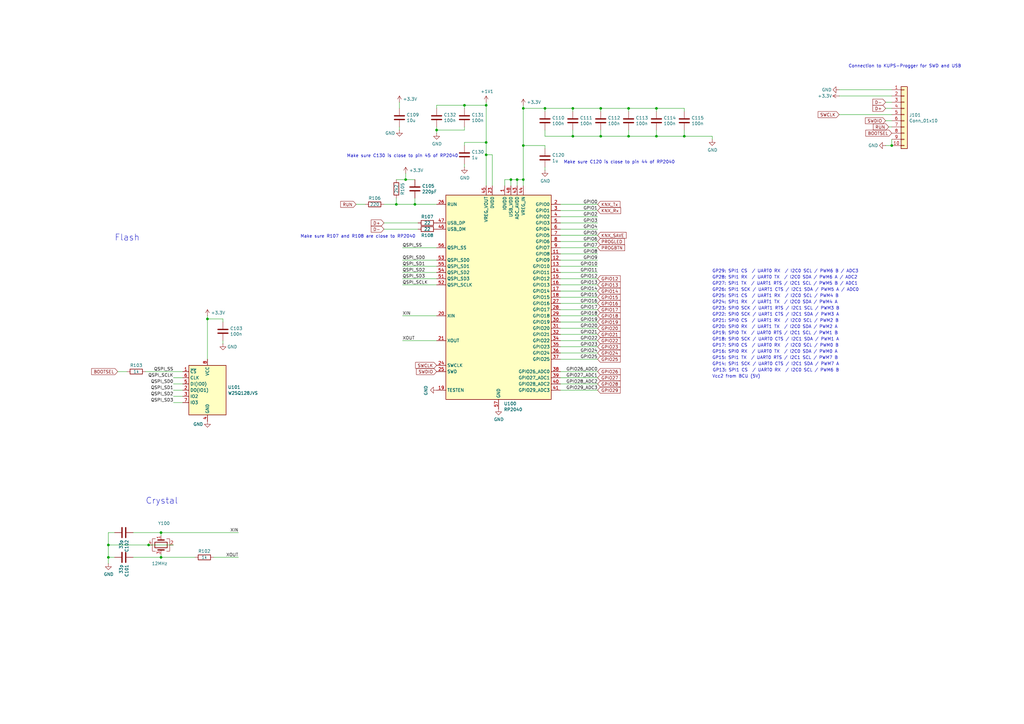
<source format=kicad_sch>
(kicad_sch (version 20231120) (generator "eeschema") (generator_version "8.0")
  (paper "A3")
  (title_block (title "UP1-GW-RS485") (date "2025-09-19") (rev "V00.10") (company "OpenKNX") (comment 1 "by Ing-Dom <dom@ing-dom.de>") (comment 2 "OpenKNX Open Hardware under CC BY-NC-SA 4.0") (comment 4 "https://OpenKNX.de"))
  (lib_symbols
    (symbol "Connector_Generic:Conn_01x10" (pin_names (offset 1.016) hide)
      (property "Reference" "J" (at 0 12.7 0))
      (property "Value" "Conn_01x10" (at 0 -15.24 0))
      (symbol "Conn_01x10_1_1"
        (rectangle (start -1.27 -12.573) (end 0 -12.827) (stroke (width 0.1524)))
        (rectangle (start -1.27 -10.033) (end 0 -10.287) (stroke (width 0.1524)))
        (rectangle (start -1.27 -7.493) (end 0 -7.747) (stroke (width 0.1524)))
        (rectangle (start -1.27 -4.953) (end 0 -5.207) (stroke (width 0.1524)))
        (rectangle (start -1.27 -2.413) (end 0 -2.667) (stroke (width 0.1524)))
        (rectangle (start -1.27 0.127) (end 0 -0.127) (stroke (width 0.1524)))
        (rectangle (start -1.27 2.667) (end 0 2.413) (stroke (width 0.1524)))
        (rectangle (start -1.27 5.207) (end 0 4.953) (stroke (width 0.1524)))
        (rectangle (start -1.27 7.747) (end 0 7.493) (stroke (width 0.1524)))
        (rectangle (start -1.27 10.287) (end 0 10.033) (stroke (width 0.1524)))
        (rectangle (start -1.27 11.43) (end 1.27 -13.97) (stroke (width 0.254)) (fill (type background)))
        (pin passive line (at -5.08 10.16 0) (length 3.81) (name "Pin_1") (number "1"))
        (pin passive line (at -5.08 -12.7 0) (length 3.81) (name "Pin_10") (number "10"))
        (pin passive line (at -5.08 7.62 0) (length 3.81) (name "Pin_2") (number "2"))
        (pin passive line (at -5.08 5.08 0) (length 3.81) (name "Pin_3") (number "3"))
        (pin passive line (at -5.08 2.54 0) (length 3.81) (name "Pin_4") (number "4"))
        (pin passive line (at -5.08 0 0) (length 3.81) (name "Pin_5") (number "5"))
        (pin passive line (at -5.08 -2.54 0) (length 3.81) (name "Pin_6") (number "6"))
        (pin passive line (at -5.08 -5.08 0) (length 3.81) (name "Pin_7") (number "7"))
        (pin passive line (at -5.08 -7.62 0) (length 3.81) (name "Pin_8") (number "8"))
        (pin passive line (at -5.08 -10.16 0) (length 3.81) (name "Pin_9") (number "9"))
      )
    )
    (symbol "Device:C" (pin_numbers hide) (pin_names (offset 0.254))
      (property "Reference" "C" (at 0.635 2.54 0))
      (property "Value" "C" (at 0.635 -2.54 0))
      (symbol "C_0_1"
        (polyline (pts (xy -2.032 -0.762) (xy 2.032 -0.762)) (stroke (width 0.508)))
        (polyline (pts (xy -2.032 0.762) (xy 2.032 0.762)) (stroke (width 0.508)))
      )
      (symbol "C_1_1"
        (pin passive line (at 0 3.81 270) (length 2.794) (name "~") (number "1"))
        (pin passive line (at 0 -3.81 90) (length 2.794) (name "~") (number "2"))
      )
    )
    (symbol "Device:Crystal_GND24" (pin_names (offset 1.016) hide)
      (property "Reference" "Y" (at 3.175 5.08 0))
      (property "Value" "Crystal_GND24" (at 3.175 3.175 0))
      (symbol "Crystal_GND24_0_1"
        (rectangle (start -1.143 2.54) (end 1.143 -2.54) (stroke (width 0.3048)))
        (polyline (pts (xy -2.54 0) (xy -2.032 0)))
        (polyline (pts (xy -2.032 -1.27) (xy -2.032 1.27)) (stroke (width 0.508)))
        (polyline (pts (xy 0 -3.81) (xy 0 -3.556)))
        (polyline (pts (xy 0 3.556) (xy 0 3.81)))
        (polyline (pts (xy 2.032 -1.27) (xy 2.032 1.27)) (stroke (width 0.508)))
        (polyline (pts (xy 2.032 0) (xy 2.54 0)))
        (polyline (pts (xy -2.54 -2.286) (xy -2.54 -3.556) (xy 2.54 -3.556) (xy 2.54 -2.286)))
        (polyline (pts (xy -2.54 2.286) (xy -2.54 3.556) (xy 2.54 3.556) (xy 2.54 2.286)))
      )
      (symbol "Crystal_GND24_1_1"
        (pin passive line (at -3.81 0 0) (length 1.27) (name "1") (number "1"))
        (pin passive line (at 0 5.08 270) (length 1.27) (name "2") (number "2"))
        (pin passive line (at 3.81 0 180) (length 1.27) (name "3") (number "3"))
        (pin passive line (at 0 -5.08 90) (length 1.27) (name "4") (number "4"))
      )
    )
    (symbol "Device:R" (pin_numbers hide) (pin_names (offset 0))
      (property "Reference" "R" (at 2.032 0 90))
      (property "Value" "R" (at 0 0 90))
      (symbol "R_0_1"
        (rectangle (start -1.016 -2.54) (end 1.016 2.54) (stroke (width 0.254)))
      )
      (symbol "R_1_1"
        (pin passive line (at 0 3.81 270) (length 1.27) (name "~") (number "1"))
        (pin passive line (at 0 -3.81 90) (length 1.27) (name "~") (number "2"))
      )
    )
    (symbol "MCU_RaspberryPi:RP2040"
      (property "Reference" "U" (at 17.78 45.72 0))
      (property "Value" "RP2040" (at 17.78 43.18 0))
      (symbol "RP2040_0_1"
        (rectangle (start -21.59 41.91) (end 21.59 -41.91) (stroke (width 0.254)) (fill (type background)))
      )
      (symbol "RP2040_1_1"
        (pin power_in line (at 2.54 45.72 270) (length 3.81) (name "IOVDD") (number "1"))
        (pin passive line (at 2.54 45.72 270) (length 3.81) hide (name "IOVDD") (number "10"))
        (pin bidirectional line (at 25.4 17.78 180) (length 3.81) (name "GPIO8") (number "11"))
        (pin bidirectional line (at 25.4 15.24 180) (length 3.81) (name "GPIO9") (number "12"))
        (pin bidirectional line (at 25.4 12.7 180) (length 3.81) (name "GPIO10") (number "13"))
        (pin bidirectional line (at 25.4 10.16 180) (length 3.81) (name "GPIO11") (number "14"))
        (pin bidirectional line (at 25.4 7.62 180) (length 3.81) (name "GPIO12") (number "15"))
        (pin bidirectional line (at 25.4 5.08 180) (length 3.81) (name "GPIO13") (number "16"))
        (pin bidirectional line (at 25.4 2.54 180) (length 3.81) (name "GPIO14") (number "17"))
        (pin bidirectional line (at 25.4 0 180) (length 3.81) (name "GPIO15") (number "18"))
        (pin input line (at -25.4 -38.1 0) (length 3.81) (name "TESTEN") (number "19"))
        (pin bidirectional line (at 25.4 38.1 180) (length 3.81) (name "GPIO0") (number "2"))
        (pin input line (at -25.4 -7.62 0) (length 3.81) (name "XIN") (number "20"))
        (pin passive line (at -25.4 -17.78 0) (length 3.81) (name "XOUT") (number "21"))
        (pin passive line (at 2.54 45.72 270) (length 3.81) hide (name "IOVDD") (number "22"))
        (pin power_in line (at -2.54 45.72 270) (length 3.81) (name "DVDD") (number "23"))
        (pin input line (at -25.4 -27.94 0) (length 3.81) (name "SWCLK") (number "24"))
        (pin bidirectional line (at -25.4 -30.48 0) (length 3.81) (name "SWD") (number "25"))
        (pin input line (at -25.4 38.1 0) (length 3.81) (name "RUN") (number "26"))
        (pin bidirectional line (at 25.4 -2.54 180) (length 3.81) (name "GPIO16") (number "27"))
        (pin bidirectional line (at 25.4 -5.08 180) (length 3.81) (name "GPIO17") (number "28"))
        (pin bidirectional line (at 25.4 -7.62 180) (length 3.81) (name "GPIO18") (number "29"))
        (pin bidirectional line (at 25.4 35.56 180) (length 3.81) (name "GPIO1") (number "3"))
        (pin bidirectional line (at 25.4 -10.16 180) (length 3.81) (name "GPIO19") (number "30"))
        (pin bidirectional line (at 25.4 -12.7 180) (length 3.81) (name "GPIO20") (number "31"))
        (pin bidirectional line (at 25.4 -15.24 180) (length 3.81) (name "GPIO21") (number "32"))
        (pin passive line (at 2.54 45.72 270) (length 3.81) hide (name "IOVDD") (number "33"))
        (pin bidirectional line (at 25.4 -17.78 180) (length 3.81) (name "GPIO22") (number "34"))
        (pin bidirectional line (at 25.4 -20.32 180) (length 3.81) (name "GPIO23") (number "35"))
        (pin bidirectional line (at 25.4 -22.86 180) (length 3.81) (name "GPIO24") (number "36"))
        (pin bidirectional line (at 25.4 -25.4 180) (length 3.81) (name "GPIO25") (number "37"))
        (pin bidirectional line (at 25.4 -30.48 180) (length 3.81) (name "GPIO26_ADC0") (number "38"))
        (pin bidirectional line (at 25.4 -33.02 180) (length 3.81) (name "GPIO27_ADC1") (number "39"))
        (pin bidirectional line (at 25.4 33.02 180) (length 3.81) (name "GPIO2") (number "4"))
        (pin bidirectional line (at 25.4 -35.56 180) (length 3.81) (name "GPIO28_ADC2") (number "40"))
        (pin bidirectional line (at 25.4 -38.1 180) (length 3.81) (name "GPIO29_ADC3") (number "41"))
        (pin passive line (at 2.54 45.72 270) (length 3.81) hide (name "IOVDD") (number "42"))
        (pin power_in line (at 7.62 45.72 270) (length 3.81) (name "ADC_AVDD") (number "43"))
        (pin power_in line (at 10.16 45.72 270) (length 3.81) (name "VREG_IN") (number "44"))
        (pin power_out line (at -5.08 45.72 270) (length 3.81) (name "VREG_VOUT") (number "45"))
        (pin bidirectional line (at -25.4 27.94 0) (length 3.81) (name "USB_DM") (number "46"))
        (pin bidirectional line (at -25.4 30.48 0) (length 3.81) (name "USB_DP") (number "47"))
        (pin power_in line (at 5.08 45.72 270) (length 3.81) (name "USB_VDD") (number "48"))
        (pin passive line (at 2.54 45.72 270) (length 3.81) hide (name "IOVDD") (number "49"))
        (pin bidirectional line (at 25.4 30.48 180) (length 3.81) (name "GPIO3") (number "5"))
        (pin passive line (at -2.54 45.72 270) (length 3.81) hide (name "DVDD") (number "50"))
        (pin bidirectional line (at -25.4 7.62 0) (length 3.81) (name "QSPI_SD3") (number "51"))
        (pin output line (at -25.4 5.08 0) (length 3.81) (name "QSPI_SCLK") (number "52"))
        (pin bidirectional line (at -25.4 15.24 0) (length 3.81) (name "QSPI_SD0") (number "53"))
        (pin bidirectional line (at -25.4 10.16 0) (length 3.81) (name "QSPI_SD2") (number "54"))
        (pin bidirectional line (at -25.4 12.7 0) (length 3.81) (name "QSPI_SD1") (number "55"))
        (pin bidirectional line (at -25.4 20.32 0) (length 3.81) (name "QSPI_SS") (number "56"))
        (pin power_in line (at 0 -45.72 90) (length 3.81) (name "GND") (number "57"))
        (pin bidirectional line (at 25.4 27.94 180) (length 3.81) (name "GPIO4") (number "6"))
        (pin bidirectional line (at 25.4 25.4 180) (length 3.81) (name "GPIO5") (number "7"))
        (pin bidirectional line (at 25.4 22.86 180) (length 3.81) (name "GPIO6") (number "8"))
        (pin bidirectional line (at 25.4 20.32 180) (length 3.81) (name "GPIO7") (number "9"))
      )
    )
    (symbol "Memory_Flash:W25Q128JVS"
      (property "Reference" "U" (at -6.35 11.43 0))
      (property "Value" "W25Q128JVS" (at 7.62 11.43 0))
      (symbol "W25Q128JVS_0_1"
        (rectangle (start -7.62 10.16) (end 7.62 -10.16) (stroke (width 0.254)) (fill (type background)))
      )
      (symbol "W25Q128JVS_1_1"
        (pin input line (at -10.16 7.62 0) (length 2.54) (name "~{CS}") (number "1"))
        (pin bidirectional line (at -10.16 0 0) (length 2.54) (name "DO(IO1)") (number "2"))
        (pin bidirectional line (at -10.16 -2.54 0) (length 2.54) (name "IO2") (number "3"))
        (pin power_in line (at 0 -12.7 90) (length 2.54) (name "GND") (number "4"))
        (pin bidirectional line (at -10.16 2.54 0) (length 2.54) (name "DI(IO0)") (number "5"))
        (pin input line (at -10.16 5.08 0) (length 2.54) (name "CLK") (number "6"))
        (pin bidirectional line (at -10.16 -5.08 0) (length 2.54) (name "IO3") (number "7"))
        (pin power_in line (at 0 12.7 270) (length 2.54) (name "VCC") (number "8"))
      )
    )
    (symbol "power:+1V1" (power) (pin_numbers hide) (pin_names (offset 0) hide)
      (property "Value" "+1V1" (at 0 3.556 0))
      (symbol "+1V1_0_1"
        (polyline (pts (xy -0.762 1.27) (xy 0 2.54)))
        (polyline (pts (xy 0 0) (xy 0 2.54)))
        (polyline (pts (xy 0 2.54) (xy 0.762 1.27)))
      )
      (symbol "+1V1_1_1"
        (pin power_in line (at 0 0 90) (length 0) (name "~") (number "1"))
      )
    )
    (symbol "power:+3.3V" (power) (pin_numbers hide) (pin_names (offset 0) hide)
      (property "Value" "+3.3V" (at 0 3.556 0))
      (symbol "+3.3V_0_1"
        (polyline (pts (xy -0.762 1.27) (xy 0 2.54)))
        (polyline (pts (xy 0 0) (xy 0 2.54)))
        (polyline (pts (xy 0 2.54) (xy 0.762 1.27)))
      )
      (symbol "+3.3V_1_1"
        (pin power_in line (at 0 0 90) (length 0) (name "~") (number "1"))
      )
    )
    (symbol "power:GND" (power) (pin_numbers hide) (pin_names (offset 0) hide)
      (property "Value" "GND" (at 0 -3.81 0))
      (symbol "GND_0_1"
        (polyline (pts (xy 0 0) (xy 0 -1.27) (xy 1.27 -1.27) (xy 0 -2.54) (xy -1.27 -1.27) (xy 0 -1.27)))
      )
      (symbol "GND_1_1"
        (pin power_in line (at 0 0 270) (length 0) (name "~") (number "1"))
      )
    )
  )
  (junction (at 66.04 218.44))
  (junction (at 179.07 53.34))
  (junction (at 223.52 44.45))
  (junction (at 199.39 63.5))
  (junction (at 214.63 44.45))
  (junction (at 269.24 55.88))
  (junction (at 234.95 44.45))
  (junction (at 66.04 228.6))
  (junction (at 257.81 44.45))
  (junction (at 162.56 83.82))
  (junction (at 212.09 73.66))
  (junction (at 214.63 59.69))
  (junction (at 365.76 59.69))
  (junction (at 199.39 58.42))
  (junction (at 257.81 55.88))
  (junction (at 166.37 73.66))
  (junction (at 85.09 130.81))
  (junction (at 44.45 223.52))
  (junction (at 234.95 55.88))
  (junction (at 170.18 83.82))
  (junction (at 199.39 43.18))
  (junction (at 269.24 44.45))
  (junction (at 190.5 43.18))
  (junction (at 214.63 73.66))
  (junction (at 60.96 223.52))
  (junction (at 246.38 55.88))
  (junction (at 246.38 44.45))
  (junction (at 280.67 55.88))
  (junction (at 209.55 73.66))
  (junction (at 44.45 228.6))
  (wire (pts (xy 71.12 223.52) (xy 60.96 223.52)))
  (wire (pts (xy 229.87 132.08) (xy 245.11 132.08)))
  (wire (pts (xy 229.87 142.24) (xy 245.11 142.24)))
  (wire (pts (xy 199.39 58.42) (xy 199.39 63.5)))
  (wire (pts (xy 46.99 218.44) (xy 44.45 218.44)))
  (wire (pts (xy 48.26 152.4) (xy 52.07 152.4)))
  (wire (pts (xy 229.87 104.14) (xy 245.11 104.14)))
  (wire (pts (xy 46.99 228.6) (xy 44.45 228.6)))
  (wire (pts (xy 229.87 129.54) (xy 245.11 129.54)))
  (wire (pts (xy 344.17 46.99) (xy 365.76 46.99)))
  (wire (pts (xy 280.67 45.72) (xy 280.67 44.45)))
  (wire (pts (xy 87.63 228.6) (xy 97.79 228.6)))
  (wire (pts (xy 199.39 43.18) (xy 199.39 58.42)))
  (wire (pts (xy 166.37 71.12) (xy 166.37 73.66)))
  (wire (pts (xy 363.22 49.53) (xy 365.76 49.53)))
  (wire (pts (xy 157.48 83.82) (xy 162.56 83.82)))
  (wire (pts (xy 44.45 223.52) (xy 44.45 228.6)))
  (wire (pts (xy 229.87 83.82) (xy 245.11 83.82)))
  (wire (pts (xy 280.67 53.34) (xy 280.67 55.88)))
  (wire (pts (xy 234.95 53.34) (xy 234.95 55.88)))
  (wire (pts (xy 190.5 59.69) (xy 190.5 58.42)))
  (wire (pts (xy 146.05 83.82) (xy 149.86 83.82)))
  (wire (pts (xy 229.87 127) (xy 245.11 127)))
  (wire (pts (xy 179.07 53.34) (xy 190.5 53.34)))
  (wire (pts (xy 363.22 44.45) (xy 365.76 44.45)))
  (wire (pts (xy 214.63 44.45) (xy 214.63 59.69)))
  (wire (pts (xy 257.81 44.45) (xy 269.24 44.45)))
  (wire (pts (xy 71.12 160.02) (xy 74.93 160.02)))
  (wire (pts (xy 229.87 96.52) (xy 245.11 96.52)))
  (wire (pts (xy 162.56 83.82) (xy 170.18 83.82)))
  (wire (pts (xy 170.18 81.28) (xy 170.18 83.82)))
  (wire (pts (xy 229.87 99.06) (xy 245.11 99.06)))
  (wire (pts (xy 71.12 157.48) (xy 74.93 157.48)))
  (wire (pts (xy 229.87 93.98) (xy 245.11 93.98)))
  (wire (pts (xy 85.09 130.81) (xy 85.09 147.32)))
  (wire (pts (xy 234.95 44.45) (xy 246.38 44.45)))
  (wire (pts (xy 229.87 91.44) (xy 245.11 91.44)))
  (wire (pts (xy 162.56 81.28) (xy 162.56 83.82)))
  (wire (pts (xy 171.45 93.98) (xy 157.48 93.98)))
  (wire (pts (xy 166.37 73.66) (xy 162.56 73.66)))
  (wire (pts (xy 179.07 44.45) (xy 179.07 43.18)))
  (wire (pts (xy 190.5 67.31) (xy 190.5 68.58)))
  (wire (pts (xy 229.87 111.76) (xy 245.11 111.76)))
  (wire (pts (xy 71.12 162.56) (xy 74.93 162.56)))
  (wire (pts (xy 201.93 76.2) (xy 201.93 63.5)))
  (wire (pts (xy 229.87 106.68) (xy 245.11 106.68)))
  (wire (pts (xy 344.17 36.83) (xy 365.76 36.83)))
  (wire (pts (xy 165.1 114.3) (xy 179.07 114.3)))
  (wire (pts (xy 344.17 39.37) (xy 365.76 39.37)))
  (wire (pts (xy 179.07 43.18) (xy 190.5 43.18)))
  (wire (pts (xy 229.87 137.16) (xy 245.11 137.16)))
  (wire (pts (xy 365.76 57.15) (xy 365.76 59.69)))
  (wire (pts (xy 229.87 88.9) (xy 245.11 88.9)))
  (wire (pts (xy 280.67 55.88) (xy 269.24 55.88)))
  (wire (pts (xy 269.24 44.45) (xy 280.67 44.45)))
  (wire (pts (xy 190.5 53.34) (xy 190.5 52.07)))
  (wire (pts (xy 246.38 55.88) (xy 234.95 55.88)))
  (wire (pts (xy 71.12 165.1) (xy 74.93 165.1)))
  (wire (pts (xy 229.87 157.48) (xy 245.11 157.48)))
  (wire (pts (xy 201.93 63.5) (xy 199.39 63.5)))
  (wire (pts (xy 91.44 130.81) (xy 85.09 130.81)))
  (wire (pts (xy 229.87 116.84) (xy 245.11 116.84)))
  (wire (pts (xy 199.39 63.5) (xy 199.39 76.2)))
  (wire (pts (xy 59.69 152.4) (xy 74.93 152.4)))
  (wire (pts (xy 54.61 218.44) (xy 66.04 218.44)))
  (wire (pts (xy 229.87 119.38) (xy 245.11 119.38)))
  (wire (pts (xy 269.24 53.34) (xy 269.24 55.88)))
  (wire (pts (xy 229.87 152.4) (xy 245.11 152.4)))
  (wire (pts (xy 179.07 101.6) (xy 165.1 101.6)))
  (wire (pts (xy 66.04 219.71) (xy 66.04 218.44)))
  (wire (pts (xy 229.87 124.46) (xy 245.11 124.46)))
  (wire (pts (xy 207.01 73.66) (xy 209.55 73.66)))
  (wire (pts (xy 223.52 68.58) (xy 223.52 69.85)))
  (wire (pts (xy 44.45 218.44) (xy 44.45 223.52)))
  (wire (pts (xy 190.5 43.18) (xy 199.39 43.18)))
  (wire (pts (xy 212.09 73.66) (xy 214.63 73.66)))
  (wire (pts (xy 223.52 53.34) (xy 223.52 55.88)))
  (wire (pts (xy 60.96 223.52) (xy 44.45 223.52)))
  (wire (pts (xy 246.38 44.45) (xy 257.81 44.45)))
  (wire (pts (xy 363.22 41.91) (xy 365.76 41.91)))
  (wire (pts (xy 269.24 55.88) (xy 257.81 55.88)))
  (wire (pts (xy 66.04 227.33) (xy 66.04 228.6)))
  (wire (pts (xy 229.87 147.32) (xy 245.11 147.32)))
  (wire (pts (xy 207.01 76.2) (xy 207.01 73.66)))
  (wire (pts (xy 91.44 139.7) (xy 91.44 140.97)))
  (wire (pts (xy 165.1 109.22) (xy 179.07 109.22)))
  (wire (pts (xy 165.1 129.54) (xy 179.07 129.54)))
  (wire (pts (xy 229.87 144.78) (xy 245.11 144.78)))
  (wire (pts (xy 269.24 45.72) (xy 269.24 44.45)))
  (wire (pts (xy 165.1 106.68) (xy 179.07 106.68)))
  (wire (pts (xy 54.61 228.6) (xy 66.04 228.6)))
  (wire (pts (xy 66.04 218.44) (xy 97.79 218.44)))
  (wire (pts (xy 214.63 43.18) (xy 214.63 44.45)))
  (wire (pts (xy 229.87 160.02) (xy 245.11 160.02)))
  (wire (pts (xy 214.63 59.69) (xy 223.52 59.69)))
  (wire (pts (xy 229.87 139.7) (xy 245.11 139.7)))
  (wire (pts (xy 179.07 116.84) (xy 165.1 116.84)))
  (wire (pts (xy 91.44 132.08) (xy 91.44 130.81)))
  (wire (pts (xy 209.55 73.66) (xy 209.55 76.2)))
  (wire (pts (xy 280.67 55.88) (xy 292.1 55.88)))
  (wire (pts (xy 44.45 228.6) (xy 44.45 231.14)))
  (wire (pts (xy 364.49 52.07) (xy 365.76 52.07)))
  (wire (pts (xy 85.09 129.54) (xy 85.09 130.81)))
  (wire (pts (xy 229.87 86.36) (xy 245.11 86.36)))
  (wire (pts (xy 165.1 111.76) (xy 179.07 111.76)))
  (wire (pts (xy 190.5 44.45) (xy 190.5 43.18)))
  (wire (pts (xy 223.52 45.72) (xy 223.52 44.45)))
  (wire (pts (xy 212.09 73.66) (xy 212.09 76.2)))
  (wire (pts (xy 163.83 52.07) (xy 163.83 53.34)))
  (wire (pts (xy 229.87 154.94) (xy 245.11 154.94)))
  (wire (pts (xy 223.52 60.96) (xy 223.52 59.69)))
  (wire (pts (xy 71.12 154.94) (xy 74.93 154.94)))
  (wire (pts (xy 234.95 45.72) (xy 234.95 44.45)))
  (wire (pts (xy 209.55 73.66) (xy 212.09 73.66)))
  (wire (pts (xy 171.45 91.44) (xy 157.48 91.44)))
  (wire (pts (xy 229.87 114.3) (xy 245.11 114.3)))
  (wire (pts (xy 229.87 101.6) (xy 245.11 101.6)))
  (wire (pts (xy 229.87 134.62) (xy 245.11 134.62)))
  (wire (pts (xy 199.39 41.91) (xy 199.39 43.18)))
  (wire (pts (xy 190.5 58.42) (xy 199.39 58.42)))
  (wire (pts (xy 292.1 55.88) (xy 292.1 57.15)))
  (wire (pts (xy 214.63 73.66) (xy 214.63 76.2)))
  (wire (pts (xy 170.18 83.82) (xy 179.07 83.82)))
  (wire (pts (xy 257.81 55.88) (xy 246.38 55.88)))
  (wire (pts (xy 229.87 109.22) (xy 245.11 109.22)))
  (wire (pts (xy 257.81 45.72) (xy 257.81 44.45)))
  (wire (pts (xy 214.63 44.45) (xy 223.52 44.45)))
  (wire (pts (xy 179.07 52.07) (xy 179.07 53.34)))
  (wire (pts (xy 246.38 53.34) (xy 246.38 55.88)))
  (wire (pts (xy 229.87 121.92) (xy 245.11 121.92)))
  (wire (pts (xy 163.83 41.91) (xy 163.83 44.45)))
  (wire (pts (xy 214.63 59.69) (xy 214.63 73.66)))
  (wire (pts (xy 363.22 59.69) (xy 365.76 59.69)))
  (wire (pts (xy 234.95 55.88) (xy 223.52 55.88)))
  (wire (pts (xy 257.81 53.34) (xy 257.81 55.88)))
  (wire (pts (xy 179.07 53.34) (xy 179.07 54.61)))
  (wire (pts (xy 179.07 139.7) (xy 165.1 139.7)))
  (wire (pts (xy 170.18 73.66) (xy 166.37 73.66)))
  (wire (pts (xy 246.38 45.72) (xy 246.38 44.45)))
  (wire (pts (xy 223.52 44.45) (xy 234.95 44.45)))
  (wire (pts (xy 66.04 228.6) (xy 80.01 228.6)))
  (text "Vcc2 from BCU (5V)" (at 292.1 155.194 0) (effects (font (size 1.27 1.27)) (justify left bottom)))
  (text "GP26: SPI1 SCK / UART1 CTS / I2C1 SDA / PWM5 A / ADC0" (at 292.1 119.634 0) (effects (font (size 1.27 1.27)) (justify left bottom)))
  (text "Make sure C130 is close to pin 45 of RP2040" (at 142.24 64.77 0) (effects (font (size 1.27 1.27)) (justify left bottom)))
  (text "GP24: SPI1 RX  / UART1 TX  / I2C0 SDA / PWM4 A" (at 292.1 124.714 0) (effects (font (size 1.27 1.27)) (justify left bottom)))
  (text "GP14: SPI1 SCK / UART0 CTS / I2C1 SDA / PWM7 A" (at 292.1 150.114 0) (effects (font (size 1.27 1.27)) (justify left bottom)))
  (text "GP25: SPI1 CS  / UART1 RX  / I2C0 SCL / PWM4 B" (at 292.1 122.174 0) (effects (font (size 1.27 1.27)) (justify left bottom)))
  (text "Flash" (at 46.99 99.06 0) (effects (font (size 2.54 2.54)) (justify left bottom)))
  (text "GP19: SPI0 TX  / UART0 RTS / I2C1 SCL / PWM1 B" (at 292.1 137.414 0) (effects (font (size 1.27 1.27)) (justify left bottom)))
  (text "Crystal" (at 59.69 207.01 0) (effects (font (size 2.54 2.54)) (justify left bottom)))
  (text "GP29: SPI1 CS  / UART0 RX  / I2C0 SCL / PWM6 B / ADC3" (at 292.1 112.014 0) (effects (font (size 1.27 1.27)) (justify left bottom)))
  (text "GP20: SPI0 RX  / UART1 TX  / I2C0 SDA / PWM2 A" (at 292.1 134.874 0) (effects (font (size 1.27 1.27)) (justify left bottom)))
  (text "GP13: SPI1 CS  / UART0 RX  / I2C0 SCL / PWM6 B" (at 344.17 152.654 0) (effects (font (size 1.27 1.27)) (justify right bottom)))
  (text "GP21: SPI0 CS  / UART1 RX  / I2C0 SCL / PWM2 B" (at 292.1 132.334 0) (effects (font (size 1.27 1.27)) (justify left bottom)))
  (text "GP17: SPI0 CS  / UART0 RX  / I2C0 SCL / PWM0 B" (at 292.1 142.494 0) (effects (font (size 1.27 1.27)) (justify left bottom)))
  (text "GP16: SPI0 RX  / UART0 TX  / I2C0 SDA / PWM0 A" (at 292.1 145.034 0) (effects (font (size 1.27 1.27)) (justify left bottom)))
  (text "GP23: SPI0 SCK / UART1 RTS / I2C1 SCL / PWM3 B" (at 292.1 127.254 0) (effects (font (size 1.27 1.27)) (justify left bottom)))
  (text "Connection to KUPS-Progger for SWD and USB" (at 347.98 27.94 0) (effects (font (size 1.27 1.27)) (justify left bottom)))
  (text "GP15: SPI1 TX  / UART0 RTS / I2C1 SCL / PWM7 B" (at 292.1 147.574 0) (effects (font (size 1.27 1.27)) (justify left bottom)))
  (text "GP28: SPI1 RX  / UART0 TX  / I2C0 SDA / PWM6 A / ADC2" (at 292.1 114.554 0) (effects (font (size 1.27 1.27)) (justify left bottom)))
  (text "Make sure C120 is close to pin 44 of RP2040" (at 231.14 67.31 0) (effects (font (size 1.27 1.27)) (justify left bottom)))
  (text "GP18: SPI0 SCK / UART0 CTS / I2C1 SDA / PWM1 A" (at 292.1 139.954 0) (effects (font (size 1.27 1.27)) (justify left bottom)))
  (text "GP27: SPI1 TX  / UART1 RTS / I2C1 SCL / PWM5 B / ADC1" (at 292.1 117.094 0) (effects (font (size 1.27 1.27)) (justify left bottom)))
  (text "GP22: SPI0 SCK / UART1 CTS / I2C1 SDA / PWM3 A" (at 292.1 129.794 0) (effects (font (size 1.27 1.27)) (justify left bottom)))
  (text "Make sure R107 and R108 are close to RP2040" (at 123.19 97.79 0) (effects (font (size 1.27 1.27)) (justify left bottom)))
  (label "GPIO21" (at 245.11 137.16 180))
  (label "GPIO26_ADC0" (at 245.11 152.4 180))
  (label "XOUT" (at 165.1 139.7 0))
  (label "GPIO28_ADC2" (at 245.11 157.48 180))
  (label "GPIO20" (at 245.11 134.62 180))
  (label "XIN" (at 97.79 218.44 180))
  (label "QSPI_SS" (at 165.1 101.6 0))
  (label "GPIO16" (at 245.11 124.46 180))
  (label "QSPI_SD0" (at 165.1 106.68 0))
  (label "QSPI_SCLK" (at 71.12 154.94 180))
  (label "GPIO0" (at 245.11 83.82 180))
  (label "GPIO2" (at 245.11 88.9 180))
  (label "GPIO27_ADC1" (at 245.11 154.94 180))
  (label "QSPI_SD3" (at 71.12 165.1 180))
  (label "GPIO22" (at 245.11 139.7 180))
  (label "QSPI_SS" (at 71.12 152.4 180))
  (label "QSPI_SD1" (at 165.1 109.22 0))
  (label "GPIO9" (at 245.11 106.68 180))
  (label "GPIO13" (at 245.11 116.84 180))
  (label "QSPI_SD2" (at 165.1 111.76 0))
  (label "XIN" (at 165.1 129.54 0))
  (label "GPIO17" (at 245.11 127 180))
  (label "GPIO12" (at 245.11 114.3 180))
  (label "GPIO8" (at 245.11 104.14 180))
  (label "XOUT" (at 97.79 228.6 180))
  (label "GPIO23" (at 245.11 142.24 180))
  (label "GPIO11" (at 245.11 111.76 180))
  (label "GPIO18" (at 245.11 129.54 180))
  (label "GPIO19" (at 245.11 132.08 180))
  (label "QSPI_SD2" (at 71.12 162.56 180))
  (label "GPIO1" (at 245.11 86.36 180))
  (label "QSPI_SCLK" (at 165.1 116.84 0))
  (label "QSPI_SD1" (at 71.12 160.02 180))
  (label "GPIO15" (at 245.11 121.92 180))
  (label "QSPI_SD3" (at 165.1 114.3 0))
  (label "QSPI_SD0" (at 71.12 157.48 180))
  (label "GPIO24" (at 245.11 144.78 180))
  (label "GPIO5" (at 245.11 96.52 180))
  (label "GPIO14" (at 245.11 119.38 180))
  (label "GPIO6" (at 245.11 99.06 180))
  (label "GPIO25" (at 245.11 147.32 180))
  (label "GPIO10" (at 245.11 109.22 180))
  (label "GPIO4" (at 245.11 93.98 180))
  (label "GPIO3" (at 245.11 91.44 180))
  (label "GPIO7" (at 245.11 101.6 180))
  (label "GPIO29_ADC3" (at 245.11 160.02 180))
  (global_label "GPIO27" (shape input) (at 245.11 154.94 0) (property "Intersheetrefs" "${INTERSHEET_REFS}" (effects (hide yes))))
  (global_label "D-" (shape input) (at 157.48 93.98 180) (property "Intersheetrefs" "${INTERSHEET_REFS}" (effects (hide yes))))
  (global_label "GPIO20" (shape input) (at 245.11 134.62 0) (property "Intersheetrefs" "${INTERSHEET_REFS}" (effects (hide yes))))
  (global_label "RUN" (shape input) (at 146.05 83.82 180) (property "Intersheetrefs" "${INTERSHEET_REFS}" (effects (hide yes))))
  (global_label "D+" (shape input) (at 157.48 91.44 180) (property "Intersheetrefs" "${INTERSHEET_REFS}" (effects (hide yes))))
  (global_label "D-" (shape input) (at 363.22 41.91 180) (property "Intersheetrefs" "${INTERSHEET_REFS}" (effects (hide yes))))
  (global_label "GPIO29" (shape input) (at 245.11 160.02 0) (property "Intersheetrefs" "${INTERSHEET_REFS}" (effects (hide yes))))
  (global_label "GPIO17" (shape input) (at 245.11 127 0) (property "Intersheetrefs" "${INTERSHEET_REFS}" (effects (hide yes))))
  (global_label "GPIO18" (shape input) (at 245.11 129.54 0) (property "Intersheetrefs" "${INTERSHEET_REFS}" (effects (hide yes))))
  (global_label "GPIO22" (shape input) (at 245.11 139.7 0) (property "Intersheetrefs" "${INTERSHEET_REFS}" (effects (hide yes))))
  (global_label "PROGLED" (shape input) (at 245.11 99.06 0) (property "Intersheetrefs" "${INTERSHEET_REFS}" (effects (hide yes))))
  (global_label "GPIO13" (shape input) (at 245.11 116.84 0) (property "Intersheetrefs" "${INTERSHEET_REFS}" (effects (hide yes))))
  (global_label "D+" (shape input) (at 363.22 44.45 180) (property "Intersheetrefs" "${INTERSHEET_REFS}" (effects (hide yes))))
  (global_label "SWDIO" (shape input) (at 179.07 152.4 180) (property "Intersheetrefs" "${INTERSHEET_REFS}" (effects (hide yes))))
  (global_label "BOOTSEL" (shape input) (at 365.76 54.61 180) (property "Intersheetrefs" "${INTERSHEET_REFS}" (effects (hide yes))))
  (global_label "GPIO14" (shape input) (at 245.11 119.38 0) (property "Intersheetrefs" "${INTERSHEET_REFS}" (effects (hide yes))))
  (global_label "GPIO21" (shape input) (at 245.11 137.16 0) (property "Intersheetrefs" "${INTERSHEET_REFS}" (effects (hide yes))))
  (global_label "PROGBTN" (shape input) (at 245.11 101.6 0) (property "Intersheetrefs" "${INTERSHEET_REFS}" (effects (hide yes))))
  (global_label "GPIO26" (shape input) (at 245.11 152.4 0) (property "Intersheetrefs" "${INTERSHEET_REFS}" (effects (hide yes))))
  (global_label "RUN" (shape input) (at 364.49 52.07 180) (property "Intersheetrefs" "${INTERSHEET_REFS}" (effects (hide yes))))
  (global_label "BOOTSEL" (shape input) (at 48.26 152.4 180) (property "Intersheetrefs" "${INTERSHEET_REFS}" (effects (hide yes))))
  (global_label "KNX_SAVE" (shape input) (at 245.11 96.52 0) (property "Intersheetrefs" "${INTERSHEET_REFS}" (effects (hide yes))))
  (global_label "GPIO15" (shape input) (at 245.11 121.92 0) (property "Intersheetrefs" "${INTERSHEET_REFS}" (effects (hide yes))))
  (global_label "GPIO19" (shape input) (at 245.11 132.08 0) (property "Intersheetrefs" "${INTERSHEET_REFS}" (effects (hide yes))))
  (global_label "SWDIO" (shape input) (at 363.22 49.53 180) (property "Intersheetrefs" "${INTERSHEET_REFS}" (effects (hide yes))))
  (global_label "GPIO16" (shape input) (at 245.11 124.46 0) (property "Intersheetrefs" "${INTERSHEET_REFS}" (effects (hide yes))))
  (global_label "KNX_Rx" (shape input) (at 245.11 86.36 0) (property "Intersheetrefs" "${INTERSHEET_REFS}" (effects (hide yes))))
  (global_label "GPIO12" (shape input) (at 245.11 114.3 0) (property "Intersheetrefs" "${INTERSHEET_REFS}" (effects (hide yes))))
  (global_label "GPIO25" (shape input) (at 245.11 147.32 0) (property "Intersheetrefs" "${INTERSHEET_REFS}" (effects (hide yes))))
  (global_label "GPIO28" (shape input) (at 245.11 157.48 0) (property "Intersheetrefs" "${INTERSHEET_REFS}" (effects (hide yes))))
  (global_label "SWCLK" (shape input) (at 344.17 46.99 180) (property "Intersheetrefs" "${INTERSHEET_REFS}" (effects (hide yes))))
  (global_label "GPIO24" (shape input) (at 245.11 144.78 0) (property "Intersheetrefs" "${INTERSHEET_REFS}" (effects (hide yes))))
  (global_label "GPIO23" (shape input) (at 245.11 142.24 0) (property "Intersheetrefs" "${INTERSHEET_REFS}" (effects (hide yes))))
  (global_label "KNX_Tx" (shape input) (at 245.11 83.82 0) (property "Intersheetrefs" "${INTERSHEET_REFS}" (effects (hide yes))))
  (global_label "SWCLK" (shape input) (at 179.07 149.86 180) (property "Intersheetrefs" "${INTERSHEET_REFS}" (effects (hide yes))))
  (symbol (lib_id "Device:C") (at 50.8 218.44 270) (unit 1)
    (property "Reference" "C102" (at 51.9684 221.361 0) (effects (justify left)))
    (property "Value" "33p" (at 49.657 221.361 0) (effects (justify left)))
    (property "Footprint" "Capacitor_SMD:C_0402_1005Metric" (effects (hide yes)))
  )
  (symbol (lib_id "power:GND") (at 44.45 231.14 0) (unit 1)
    (property "Reference" "#PWR02" (effects (hide yes)))
    (property "Value" "GND" (at 44.577 235.5342 0))
    (property "Description" "Power symbol creates a global label with name \"GND\" , ground" (effects (hide yes)))
  )
  (symbol (lib_id "power:GND") (at 85.09 172.72 0) (unit 1)
    (property "Reference" "#PWR04" (effects (hide yes)))
    (property "Value" "GND" (at 81.28 173.99 0))
    (property "Description" "Power symbol creates a global label with name \"GND\" , ground" (effects (hide yes)))
  )
  (symbol (lib_id "Device:R") (at 55.88 152.4 270) (unit 1)
    (property "Reference" "R103" (at 55.88 149.86 90))
    (property "Value" "1k" (at 55.88 152.4 90))
    (property "Footprint" "Resistor_SMD:R_0402_1005Metric" (effects (hide yes)))
  )
  (symbol (lib_id "Device:C") (at 91.44 135.89 0) (unit 1)
    (property "Reference" "C103" (at 94.361 134.7216 0) (effects (justify left)))
    (property "Value" "100n" (at 94.361 137.033 0) (effects (justify left)))
    (property "Footprint" "Capacitor_SMD:C_0402_1005Metric" (effects (hide yes)))
  )
  (symbol (lib_id "power:GND") (at 91.44 140.97 0) (unit 1)
    (property "Reference" "#PWR05" (effects (hide yes)))
    (property "Value" "GND" (at 95.25 142.24 0))
    (property "Description" "Power symbol creates a global label with name \"GND\" , ground" (effects (hide yes)))
  )
  (symbol (lib_id "power:GND") (at 204.47 167.64 0) (unit 1)
    (property "Reference" "#PWR013" (effects (hide yes)))
    (property "Value" "GND" (at 204.597 172.0342 0))
    (property "Description" "Power symbol creates a global label with name \"GND\" , ground" (effects (hide yes)))
  )
  (symbol (lib_id "power:GND") (at 179.07 160.02 270) (unit 1)
    (property "Reference" "#PWR012" (effects (hide yes)))
    (property "Value" "GND" (at 174.6758 160.147 0))
    (property "Description" "Power symbol creates a global label with name \"GND\" , ground" (effects (hide yes)))
  )
  (symbol (lib_id "Device:R") (at 175.26 91.44 90) (unit 1)
    (property "Reference" "R107" (at 175.26 88.9 90))
    (property "Value" "22" (at 175.26 91.44 90))
    (property "Footprint" "Resistor_SMD:R_0402_1005Metric" (effects (hide yes)))
  )
  (symbol (lib_id "Device:R") (at 175.26 93.98 90) (unit 1)
    (property "Reference" "R108" (at 175.26 96.52 90))
    (property "Value" "22" (at 175.26 93.98 90))
    (property "Footprint" "Resistor_SMD:R_0402_1005Metric" (effects (hide yes)))
  )
  (symbol (lib_id "power:+1V1") (at 199.39 41.91 0) (unit 1)
    (property "Reference" "#PWR011" (effects (hide yes)))
    (property "Value" "+1V1" (at 199.771 37.5158 0))
    (property "Description" "Power symbol creates a global label with name \"+1V1\"" (effects (hide yes)))
  )
  (symbol (lib_id "Device:C") (at 223.52 49.53 0) (unit 1)
    (property "Reference" "C110" (at 226.441 48.3616 0) (effects (justify left)))
    (property "Value" "100n" (at 226.441 50.673 0) (effects (justify left)))
    (property "Footprint" "Capacitor_SMD:C_0402_1005Metric" (effects (hide yes)))
  )
  (symbol (lib_id "Device:C") (at 234.95 49.53 0) (unit 1)
    (property "Reference" "C111" (at 237.871 48.3616 0) (effects (justify left)))
    (property "Value" "100n" (at 237.871 50.673 0) (effects (justify left)))
    (property "Footprint" "Capacitor_SMD:C_0402_1005Metric" (effects (hide yes)))
  )
  (symbol (lib_id "Device:C") (at 246.38 49.53 0) (unit 1)
    (property "Reference" "C112" (at 249.301 48.3616 0) (effects (justify left)))
    (property "Value" "100n" (at 249.301 50.673 0) (effects (justify left)))
    (property "Footprint" "Capacitor_SMD:C_0402_1005Metric" (effects (hide yes)))
  )
  (symbol (lib_id "Device:C") (at 257.81 49.53 0) (unit 1)
    (property "Reference" "C113" (at 260.731 48.3616 0) (effects (justify left)))
    (property "Value" "100n" (at 260.731 50.673 0) (effects (justify left)))
    (property "Footprint" "Capacitor_SMD:C_0402_1005Metric" (effects (hide yes)))
  )
  (symbol (lib_id "Device:C") (at 269.24 49.53 0) (unit 1)
    (property "Reference" "C114" (at 272.161 48.3616 0) (effects (justify left)))
    (property "Value" "100n" (at 272.161 50.673 0) (effects (justify left)))
    (property "Footprint" "Capacitor_SMD:C_0402_1005Metric" (effects (hide yes)))
  )
  (symbol (lib_id "Device:C") (at 280.67 49.53 0) (unit 1)
    (property "Reference" "C115" (at 283.591 48.3616 0) (effects (justify left)))
    (property "Value" "100n" (at 283.591 50.673 0) (effects (justify left)))
    (property "Footprint" "Capacitor_SMD:C_0402_1005Metric" (effects (hide yes)))
  )
  (symbol (lib_id "Device:C") (at 179.07 48.26 0) (unit 1)
    (property "Reference" "C132" (at 181.991 47.0916 0) (effects (justify left)))
    (property "Value" "100n" (at 181.991 49.403 0) (effects (justify left)))
    (property "Footprint" "Capacitor_SMD:C_0402_1005Metric" (effects (hide yes)))
  )
  (symbol (lib_id "Device:C") (at 190.5 48.26 0) (unit 1)
    (property "Reference" "C131" (at 193.421 47.0916 0) (effects (justify left)))
    (property "Value" "100n" (at 193.421 49.403 0) (effects (justify left)))
    (property "Footprint" "Capacitor_SMD:C_0402_1005Metric" (effects (hide yes)))
  )
  (symbol (lib_id "Device:C") (at 190.5 63.5 0) (unit 1)
    (property "Reference" "C130" (at 193.421 62.3316 0) (effects (justify left)))
    (property "Value" "1u" (at 193.421 64.643 0) (effects (justify left)))
    (property "Footprint" "Capacitor_SMD:C_0402_1005Metric" (effects (hide yes)))
  )
  (symbol (lib_id "Device:C") (at 223.52 64.77 0) (unit 1)
    (property "Reference" "C120" (at 226.441 63.6016 0) (effects (justify left)))
    (property "Value" "1u" (at 226.441 65.913 0) (effects (justify left)))
    (property "Footprint" "Capacitor_SMD:C_0402_1005Metric" (effects (hide yes)))
  )
  (symbol (lib_id "power:GND") (at 292.1 57.15 0) (unit 1)
    (property "Reference" "#PWR016" (effects (hide yes)))
    (property "Value" "GND" (at 292.227 61.5442 0))
    (property "Description" "Power symbol creates a global label with name \"GND\" , ground" (effects (hide yes)))
  )
  (symbol (lib_id "power:GND") (at 179.07 54.61 0) (unit 1)
    (property "Reference" "#PWR09" (effects (hide yes)))
    (property "Value" "GND" (at 179.197 59.0042 0))
    (property "Description" "Power symbol creates a global label with name \"GND\" , ground" (effects (hide yes)))
  )
  (symbol (lib_id "power:GND") (at 190.5 68.58 0) (unit 1)
    (property "Reference" "#PWR010" (effects (hide yes)))
    (property "Value" "GND" (at 190.627 72.9742 0))
    (property "Description" "Power symbol creates a global label with name \"GND\" , ground" (effects (hide yes)))
  )
  (symbol (lib_id "power:GND") (at 223.52 69.85 0) (unit 1)
    (property "Reference" "#PWR015" (effects (hide yes)))
    (property "Value" "GND" (at 223.647 74.2442 0))
    (property "Description" "Power symbol creates a global label with name \"GND\" , ground" (effects (hide yes)))
  )
  (symbol (lib_id "Device:R") (at 83.82 228.6 270) (unit 1)
    (property "Reference" "R102" (at 83.82 226.06 90))
    (property "Value" "1k" (at 83.82 228.6 90))
    (property "Footprint" "Resistor_SMD:R_0402_1005Metric" (effects (hide yes)))
  )
  (symbol (lib_id "Device:C") (at 163.83 48.26 0) (unit 1)
    (property "Reference" "C109" (at 166.751 47.0916 0) (effects (justify left)))
    (property "Value" "10u" (at 166.751 49.403 0) (effects (justify left)))
    (property "Footprint" "Capacitor_SMD:C_0805_2012Metric" (effects (hide yes)))
  )
  (symbol (lib_id "power:GND") (at 163.83 53.34 0) (unit 1)
    (property "Reference" "#PWR08" (effects (hide yes)))
    (property "Value" "GND" (at 160.02 54.61 0))
    (property "Description" "Power symbol creates a global label with name \"GND\" , ground" (effects (hide yes)))
  )
  (symbol (lib_id "power:GND") (at 344.17 36.83 270) (unit 1)
    (property "Reference" "#PWR018" (effects (hide yes)))
    (property "Value" "GND" (at 339.09 36.83 90))
    (property "Description" "Power symbol creates a global label with name \"GND\" , ground" (effects (hide yes)))
  )
  (symbol (lib_id "Device:C") (at 50.8 228.6 270) (unit 1)
    (property "Reference" "C101" (at 51.9684 231.521 0) (effects (justify left)))
    (property "Value" "33p" (at 49.657 231.521 0) (effects (justify left)))
    (property "Footprint" "Capacitor_SMD:C_0402_1005Metric" (effects (hide yes)))
  )
  (symbol (lib_id "Device:C") (at 170.18 77.47 0) (unit 1)
    (property "Reference" "C105" (at 173.101 76.3016 0) (effects (justify left)))
    (property "Value" "220pF" (at 173.101 78.613 0) (effects (justify left)))
    (property "Footprint" "Capacitor_SMD:C_0402_1005Metric" (effects (hide yes)))
  )
  (symbol (lib_id "Connector_Generic:Conn_01x10") (at 370.84 46.99 0) (unit 1)
    (property "Reference" "J101" (at 372.872 47.1932 0) (effects (justify left)))
    (property "Value" "Conn_01x10" (at 372.872 49.5046 0) (effects (justify left)))
    (property "Footprint" "EasyEDALib:CONN-SMD_8P-P1.25-L4.4-W14.8_reversed" (effects (hide yes)))
    (property "Description" "Generic connector, single row, 01x10, script generated (kicad-library-utils/schlib/autogen/connector/)" (effects (hide yes)))
  )
  (symbol (lib_id "Device:R") (at 162.56 77.47 180) (unit 1)
    (property "Reference" "R105" (at 165.1 77.47 90))
    (property "Value" "2k2" (at 162.56 77.47 90))
    (property "Footprint" "Resistor_SMD:R_0402_1005Metric" (effects (hide yes)))
  )
  (symbol (lib_id "Device:Crystal_GND24") (at 66.04 223.52 270) (unit 1)
    (property "Reference" "Y100" (at 64.77 214.63 90) (effects (justify left)))
    (property "Value" "12MHz" (at 62.23 231.14 90) (effects (justify left)))
    (property "Footprint" "Crystal:Crystal_SMD_3225-4Pin_3.2x2.5mm" (effects (hide yes)))
  )
  (symbol (lib_id "Device:R") (at 153.67 83.82 270) (unit 1)
    (property "Reference" "R106" (at 153.67 81.28 90))
    (property "Value" "220" (at 153.67 83.82 90))
    (property "Footprint" "Resistor_SMD:R_0402_1005Metric" (effects (hide yes)))
  )
  (symbol (lib_id "power:+3.3V") (at 166.37 71.12 0) (unit 1)
    (property "Reference" "#PWR06" (effects (hide yes)))
    (property "Value" "+3.3V" (at 167.767 69.85 0) (effects (justify left)))
    (property "Description" "Power symbol creates a global label with name \"+3.3V\"" (effects (hide yes)))
  )
  (symbol (lib_id "power:+3.3V") (at 344.17 39.37 90) (unit 1)
    (property "Reference" "#PWR024" (effects (hide yes)))
    (property "Value" "+3.3V" (at 338.328 39.37 90))
    (property "Description" "Power symbol creates a global label with name \"+3.3V\"" (effects (hide yes)))
  )
  (symbol (lib_id "power:GND") (at 363.22 59.69 270) (unit 1)
    (property "Reference" "#PWR017" (effects (hide yes)))
    (property "Value" "GND" (at 358.14 59.69 90))
    (property "Description" "Power symbol creates a global label with name \"GND\" , ground" (effects (hide yes)))
  )
  (symbol (lib_id "MCU_RaspberryPi:RP2040") (at 204.47 121.92 0) (unit 1)
    (property "Reference" "U100" (at 206.6641 165.5501 0) (effects (justify left)))
    (property "Value" "RP2040" (at 206.6641 167.9743 0) (effects (justify left)))
    (property "Footprint" "Package_DFN_QFN:QFN-56-1EP_7x7mm_P0.4mm_EP3.2x3.2mm" (effects (hide yes)))
    (property "Datasheet" "https://datasheets.raspberrypi.com/rp2040/rp2040-datasheet.pdf" (effects (hide yes)))
  )
  (symbol (lib_id "power:+3.3V") (at 163.83 41.91 0) (unit 1)
    (property "Reference" "#PWR03" (effects (hide yes)))
    (property "Value" "+3.3V" (at 165.227 40.64 0) (effects (justify left)))
    (property "Description" "Power symbol creates a global label with name \"+3.3V\"" (effects (hide yes)))
  )
  (symbol (lib_id "power:+3.3V") (at 85.09 129.54 0) (unit 1)
    (property "Reference" "#PWR020" (effects (hide yes)))
    (property "Value" "+3.3V" (at 86.487 128.27 0) (effects (justify left)))
    (property "Description" "Power symbol creates a global label with name \"+3.3V\"" (effects (hide yes)))
  )
  (symbol (lib_id "power:+3.3V") (at 214.63 43.18 0) (unit 1)
    (property "Reference" "#PWR022" (effects (hide yes)))
    (property "Value" "+3.3V" (at 216.027 41.91 0) (effects (justify left)))
    (property "Description" "Power symbol creates a global label with name \"+3.3V\"" (effects (hide yes)))
  )
  (symbol (lib_id "Memory_Flash:W25Q128JVS") (at 85.09 160.02 0) (unit 1)
    (property "Reference" "U101" (at 93.472 158.8079 0) (effects (justify left)))
    (property "Value" "W25Q128JVS" (at 93.472 161.2321 0) (effects (justify left)))
    (property "Footprint" "Package_SO:SOIC-8_5.275x5.275mm_P1.27mm" (effects (hide yes)))
    (property "Datasheet" "http://www.winbond.com/resource-files/w25q128jv_dtr%20revc%2003272018%20plus.pdf" (effects (hide yes)))
  )
)
</source>
